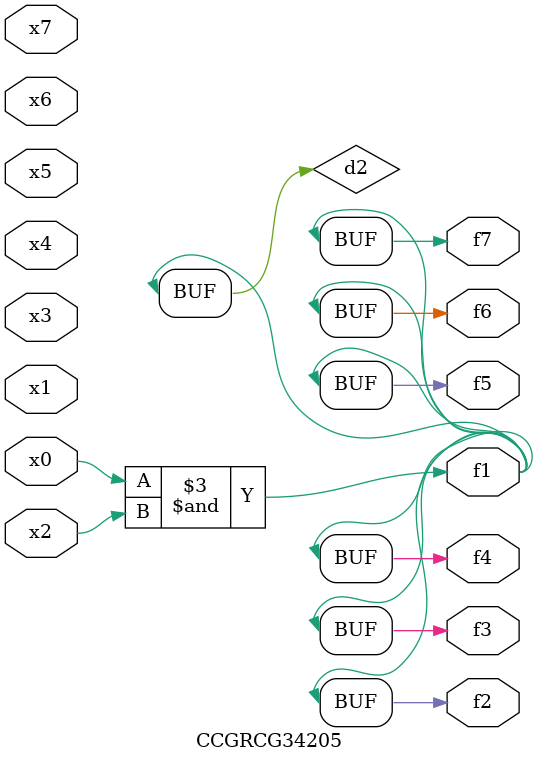
<source format=v>
module CCGRCG34205(
	input x0, x1, x2, x3, x4, x5, x6, x7,
	output f1, f2, f3, f4, f5, f6, f7
);

	wire d1, d2;

	nor (d1, x3, x6);
	and (d2, x0, x2);
	assign f1 = d2;
	assign f2 = d2;
	assign f3 = d2;
	assign f4 = d2;
	assign f5 = d2;
	assign f6 = d2;
	assign f7 = d2;
endmodule

</source>
